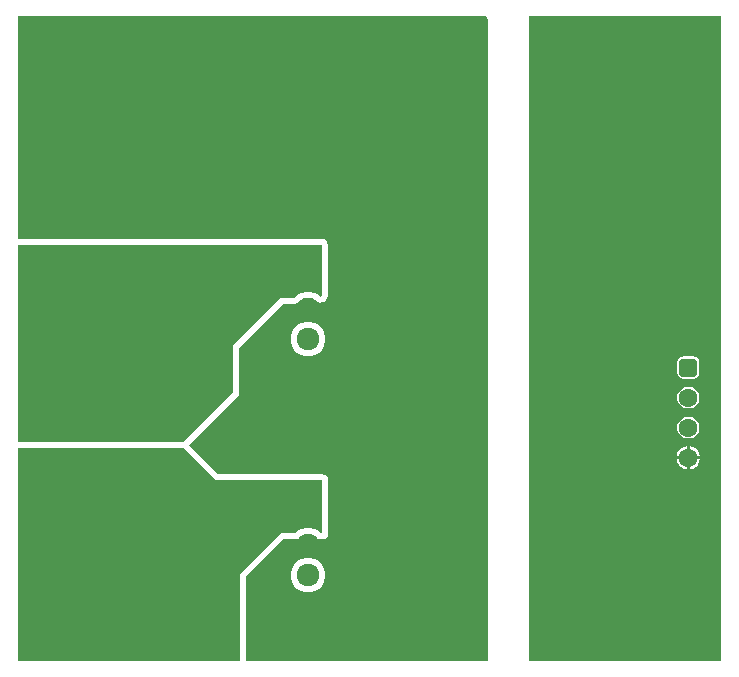
<source format=gbr>
G04*
G04 #@! TF.GenerationSoftware,Altium Limited,Altium Designer,22.4.2 (48)*
G04*
G04 Layer_Physical_Order=2*
G04 Layer_Color=16711680*
%FSLAX44Y44*%
%MOMM*%
G71*
G04*
G04 #@! TF.SameCoordinates,E380B31E-87FB-4700-A3A7-B4C86E81BE80*
G04*
G04*
G04 #@! TF.FilePolarity,Positive*
G04*
G01*
G75*
%ADD18C,2.0000*%
%ADD31C,6.0000*%
%ADD32R,1.9200X1.9200*%
%ADD33C,1.9200*%
%ADD34C,1.6000*%
G04:AMPARAMS|DCode=35|XSize=1.6mm|YSize=1.6mm|CornerRadius=0.4mm|HoleSize=0mm|Usage=FLASHONLY|Rotation=270.000|XOffset=0mm|YOffset=0mm|HoleType=Round|Shape=RoundedRectangle|*
%AMROUNDEDRECTD35*
21,1,1.6000,0.8000,0,0,270.0*
21,1,0.8000,1.6000,0,0,270.0*
1,1,0.8000,-0.4000,-0.4000*
1,1,0.8000,-0.4000,0.4000*
1,1,0.8000,0.4000,0.4000*
1,1,0.8000,0.4000,-0.4000*
%
%ADD35ROUNDEDRECTD35*%
%ADD36C,0.6000*%
G36*
X259365Y310929D02*
X258095Y310403D01*
X256815Y311683D01*
X253485Y313605D01*
X249772Y314600D01*
X245928D01*
X242215Y313605D01*
X238885Y311683D01*
X236567Y309365D01*
X224365D01*
X184365Y269365D01*
Y229365D01*
X142500Y187500D01*
X2039D01*
Y354365D01*
X259365D01*
Y310929D01*
D02*
G37*
G36*
X400000Y545000D02*
Y2039D01*
X195098D01*
Y72888D01*
X227112Y104902D01*
X237202D01*
X239153Y105290D01*
X240807Y106395D01*
X242016Y107604D01*
X244182Y108855D01*
X246599Y109502D01*
X249101D01*
X251518Y108855D01*
X253684Y107604D01*
X254893Y106395D01*
X256547Y105290D01*
X258498Y104902D01*
X260000D01*
X261951Y105290D01*
X263605Y106395D01*
X264710Y108049D01*
X265098Y110000D01*
Y155000D01*
X264710Y156951D01*
X263605Y158605D01*
X261951Y159710D01*
X260000Y160098D01*
X172112D01*
X147210Y185000D01*
X187970Y225760D01*
X189075Y227414D01*
X189463Y229365D01*
Y267253D01*
X226477Y304267D01*
X236567D01*
X238518Y304655D01*
X240172Y305760D01*
X242016Y307604D01*
X244182Y308855D01*
X246599Y309502D01*
X249101D01*
X251518Y308855D01*
X253684Y307604D01*
X254490Y306798D01*
X254490Y306798D01*
X256144Y305693D01*
X258095Y305305D01*
X260046Y305693D01*
X261316Y306219D01*
X262970Y307324D01*
X264075Y308978D01*
X264463Y310929D01*
Y354365D01*
X264075Y356316D01*
X262970Y357970D01*
X261316Y359075D01*
X259365Y359463D01*
X2039D01*
Y547961D01*
X398773D01*
X400000Y545000D01*
D02*
G37*
G36*
X170000Y155000D02*
X260000D01*
Y110000D01*
X258498D01*
X256815Y111683D01*
X253485Y113605D01*
X249772Y114600D01*
X245928D01*
X242215Y113605D01*
X238885Y111683D01*
X237202Y110000D01*
X225000D01*
X190000Y75000D01*
Y2039D01*
X2039D01*
Y182402D01*
X142500D01*
X142582Y182418D01*
X170000Y155000D01*
D02*
G37*
G36*
X597961Y2039D02*
X435000D01*
Y547961D01*
X597961D01*
Y2039D01*
D02*
G37*
%LPC*%
G36*
X249772Y289200D02*
X245928D01*
X242215Y288205D01*
X238885Y286283D01*
X236167Y283565D01*
X234245Y280235D01*
X233250Y276522D01*
Y272678D01*
X234245Y268965D01*
X236167Y265635D01*
X238885Y262917D01*
X242215Y260995D01*
X245928Y260000D01*
X249772D01*
X253485Y260995D01*
X256815Y262917D01*
X259533Y265635D01*
X261455Y268965D01*
X262450Y272678D01*
Y276522D01*
X261455Y280235D01*
X259533Y283565D01*
X256815Y286283D01*
X253485Y288205D01*
X249772Y289200D01*
D02*
G37*
G36*
X249772Y89200D02*
X245928D01*
X242215Y88205D01*
X238885Y86283D01*
X236167Y83565D01*
X234245Y80235D01*
X233250Y76522D01*
Y72678D01*
X234245Y68965D01*
X236167Y65635D01*
X238885Y62917D01*
X242215Y60995D01*
X245928Y60000D01*
X249772D01*
X253485Y60995D01*
X256815Y62917D01*
X259533Y65635D01*
X261455Y68965D01*
X262450Y72678D01*
Y76522D01*
X261455Y80235D01*
X259533Y83565D01*
X256815Y86283D01*
X253485Y88205D01*
X249772Y89200D01*
D02*
G37*
G36*
X574000Y259773D02*
X566000D01*
X563944Y259364D01*
X562201Y258200D01*
X561036Y256456D01*
X560627Y254400D01*
Y246400D01*
X561036Y244344D01*
X562201Y242601D01*
X563944Y241436D01*
X566000Y241027D01*
X574000D01*
X576056Y241436D01*
X577799Y242601D01*
X578964Y244344D01*
X579373Y246400D01*
Y254400D01*
X578964Y256456D01*
X577799Y258200D01*
X576056Y259364D01*
X574000Y259773D01*
D02*
G37*
G36*
X571220Y234270D02*
X568780D01*
X566422Y233638D01*
X564308Y232418D01*
X562582Y230692D01*
X561362Y228578D01*
X560730Y226220D01*
Y223780D01*
X561362Y221422D01*
X562582Y219308D01*
X564308Y217582D01*
X566422Y216362D01*
X568780Y215730D01*
X571220D01*
X573578Y216362D01*
X575692Y217582D01*
X577418Y219308D01*
X578638Y221422D01*
X579270Y223780D01*
Y226220D01*
X578638Y228578D01*
X577418Y230692D01*
X575692Y232418D01*
X573578Y233638D01*
X571220Y234270D01*
D02*
G37*
G36*
Y208870D02*
X568780D01*
X566422Y208238D01*
X564308Y207018D01*
X562582Y205292D01*
X561362Y203178D01*
X560730Y200820D01*
Y198380D01*
X561362Y196022D01*
X562582Y193908D01*
X564308Y192182D01*
X566422Y190962D01*
X568780Y190330D01*
X571220D01*
X573578Y190962D01*
X575692Y192182D01*
X577418Y193908D01*
X578638Y196022D01*
X579270Y198380D01*
Y200820D01*
X578638Y203178D01*
X577418Y205292D01*
X575692Y207018D01*
X573578Y208238D01*
X571220Y208870D01*
D02*
G37*
G36*
X571316Y184200D02*
X571270D01*
Y175470D01*
X580000D01*
Y175516D01*
X579319Y178060D01*
X578002Y180340D01*
X576140Y182202D01*
X573860Y183519D01*
X571316Y184200D01*
D02*
G37*
G36*
X568730D02*
X568684D01*
X566140Y183519D01*
X563860Y182202D01*
X561998Y180340D01*
X560681Y178060D01*
X560000Y175516D01*
Y175470D01*
X568730D01*
Y184200D01*
D02*
G37*
G36*
X580000Y172930D02*
X571270D01*
Y164200D01*
X571316D01*
X573860Y164881D01*
X576140Y166198D01*
X578002Y168060D01*
X579319Y170340D01*
X580000Y172883D01*
Y172930D01*
D02*
G37*
G36*
X568730D02*
X560000D01*
Y172883D01*
X560681Y170340D01*
X561998Y168060D01*
X563860Y166198D01*
X566140Y164881D01*
X568684Y164200D01*
X568730D01*
Y172930D01*
D02*
G37*
%LPD*%
D18*
X305000Y100000D02*
D03*
X305000Y300000D02*
D03*
D31*
X540000Y60000D02*
D03*
X100000Y450000D02*
D03*
Y275000D02*
D03*
Y100000D02*
D03*
D32*
X247850Y325400D02*
D03*
X247850Y125400D02*
D03*
D33*
X247850Y300000D02*
D03*
Y274600D02*
D03*
X247850Y100000D02*
D03*
Y74600D02*
D03*
D34*
X570000Y174200D02*
D03*
Y199600D02*
D03*
Y225000D02*
D03*
D35*
Y250400D02*
D03*
D36*
X212450Y422450D02*
D03*
Y222450D02*
D03*
X375000Y22500D02*
D03*
Y222500D02*
D03*
M02*

</source>
